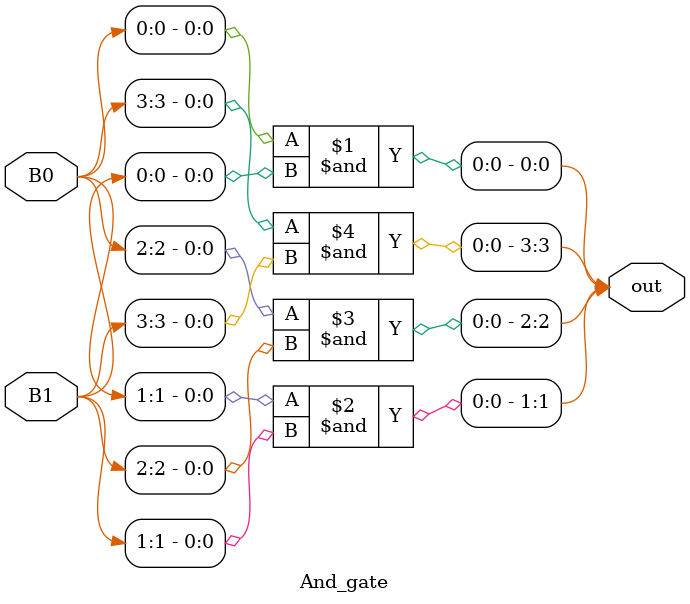
<source format=v>
module And_gate(input [3:0] B0 , input [3:0] B1 , output [3:0] out);

and(out[0] , B0[0] , B1[0]);
and(out[1] , B0[1] , B1[1]);
and(out[2] , B0[2] , B1[2]);
and(out[3] , B0[3] , B1[3]);

endmodule 
</source>
